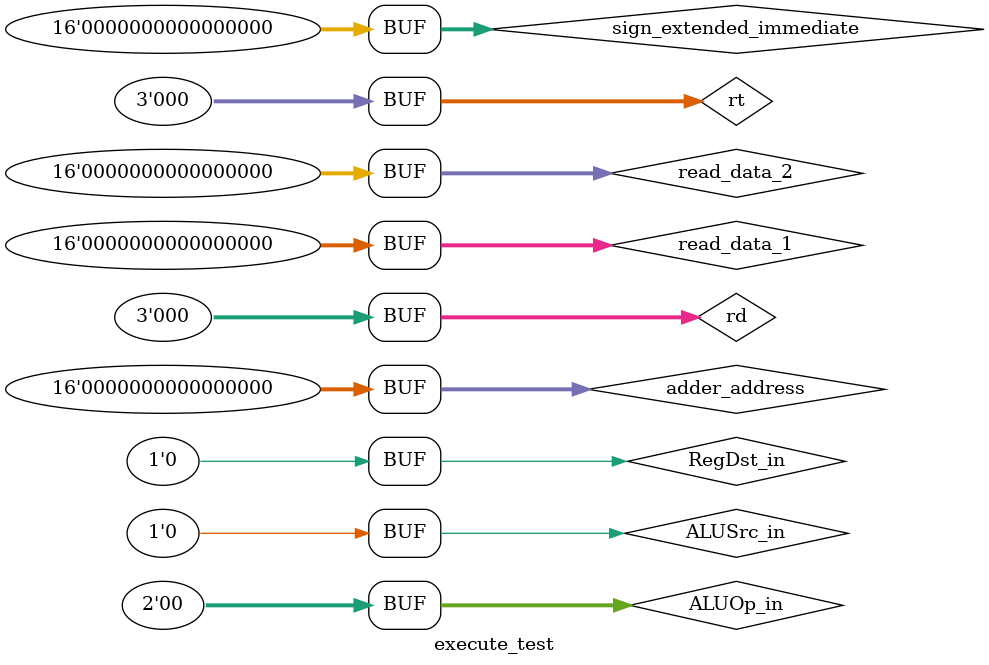
<source format=v>
`timescale 1ns / 1ps


module execute_test;

	// Inputs
	reg [15:0] adder_address;
	reg [15:0] read_data_1;
	reg [15:0] read_data_2;
	reg [15:0] sign_extended_immediate;
	reg [2:0] rt;
	reg [2:0] rd;
	reg RegDst_in;
	reg ALUSrc_in;
	reg [1:0] ALUOp_in;

	// Outputs
	wire [15:0] ALU_Result;
	wire [15:0] adder_result;
	wire Zero;
	wire [2:0] mux_rd_rt_out;

	// Instantiate the Unit Under Test (UUT)
	Execute uut (
		.adder_address(adder_address), 
		.read_data_1(read_data_1), 
		.read_data_2(read_data_2), 
		.sign_extended_immediate(sign_extended_immediate), 
		.rt(rt), 
		.rd(rd), 
		.RegDst_in(RegDst_in), 
		.ALUSrc_in(ALUSrc_in), 
		.ALUOp_in(ALUOp_in), 
		.ALU_Result(ALU_Result), 
		.adder_result(adder_result), 
		.Zero(Zero), 
		.mux_rd_rt_out(mux_rd_rt_out)
	);

	initial begin
		// Initialize Inputs
		adder_address = 0;
		read_data_1 = 0;
		read_data_2 = 0;
		sign_extended_immediate = 0;
		rt = 0;
		rd = 0;
		RegDst_in = 0;
		ALUSrc_in = 0;
		ALUOp_in = 0;

		// Wait 100 ns for global reset to finish
		#100;
        
		// Add stimulus here

	end
      
endmodule


</source>
